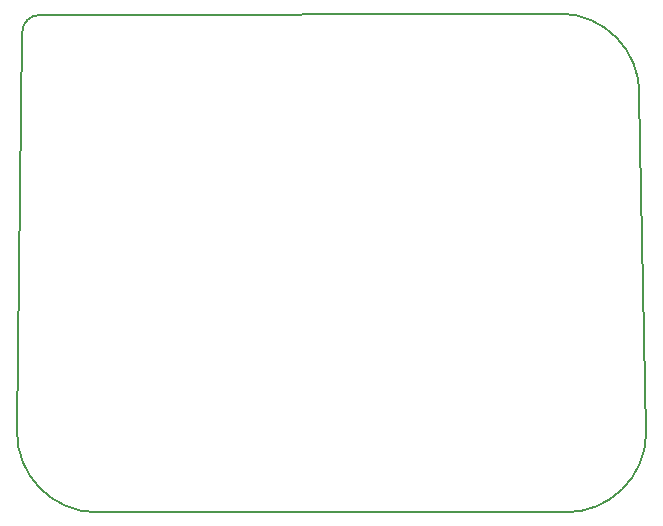
<source format=gbr>
G04 #@! TF.GenerationSoftware,KiCad,Pcbnew,(5.0.0)*
G04 #@! TF.CreationDate,2019-04-18T21:23:00-04:00*
G04 #@! TF.ProjectId,TouchscreenAdapter,546F75636873637265656E4164617074,rev?*
G04 #@! TF.SameCoordinates,Original*
G04 #@! TF.FileFunction,Profile,NP*
%FSLAX46Y46*%
G04 Gerber Fmt 4.6, Leading zero omitted, Abs format (unit mm)*
G04 Created by KiCad (PCBNEW (5.0.0)) date 04/18/19 21:23:00*
%MOMM*%
%LPD*%
G01*
G04 APERTURE LIST*
%ADD10C,0.200000*%
%ADD11C,0.150000*%
G04 APERTURE END LIST*
D10*
X159321481Y-100458832D02*
G75*
G02X152463500Y-107188000I-6794482J65331D01*
G01*
X152020831Y-64960518D02*
G75*
G02X158749999Y-71818499I-65331J-6794482D01*
G01*
D11*
X106489500Y-66548000D02*
G75*
G02X107950000Y-65087500I1460500J0D01*
G01*
D10*
X112774169Y-107187982D02*
G75*
G02X106045001Y-100330001I65331J6794482D01*
G01*
D11*
X152019000Y-64960500D02*
X107950000Y-65087500D01*
X159321500Y-100457000D02*
X158750000Y-71818500D01*
X112776000Y-107188000D02*
X152463500Y-107188000D01*
X106489500Y-66548000D02*
X106045000Y-100330000D01*
M02*

</source>
